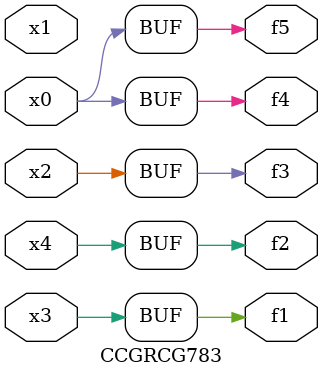
<source format=v>
module CCGRCG783(
	input x0, x1, x2, x3, x4,
	output f1, f2, f3, f4, f5
);
	assign f1 = x3;
	assign f2 = x4;
	assign f3 = x2;
	assign f4 = x0;
	assign f5 = x0;
endmodule

</source>
